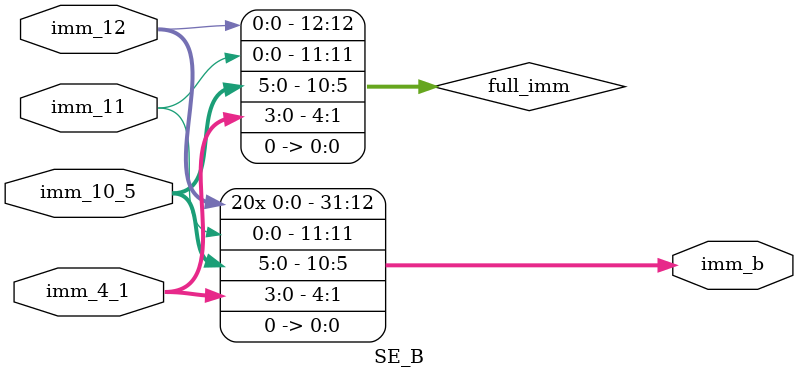
<source format=v>
module SE_B #(parameter OUT_WIDTH = 32)
(
    input imm_11,
    input imm_12,
    input [3:0] imm_4_1, 
    input [5:0] imm_10_5,
    output [OUT_WIDTH-1:0] imm_b
);
    wire [12:0] full_imm;
    
    assign full_imm = {imm_12, imm_11, imm_10_5, imm_4_1, 1'b0};
    
    assign imm_b = {{(OUT_WIDTH-13){full_imm[12]}}, full_imm};
endmodule
</source>
